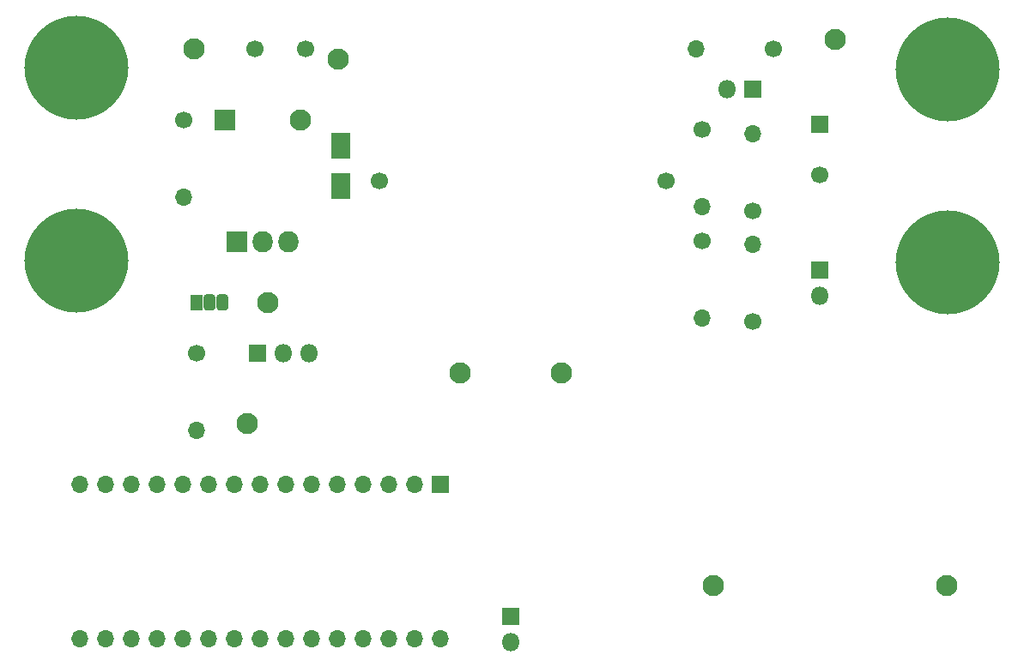
<source format=gbr>
%TF.GenerationSoftware,KiCad,Pcbnew,5.1.6+dfsg1-1*%
%TF.CreationDate,2021-03-07T16:20:00-08:00*%
%TF.ProjectId,Arduino DC-DC Converter Control Board,41726475-696e-46f2-9044-432d44432043,0.1*%
%TF.SameCoordinates,Original*%
%TF.FileFunction,Soldermask,Top*%
%TF.FilePolarity,Negative*%
%FSLAX46Y46*%
G04 Gerber Fmt 4.6, Leading zero omitted, Abs format (unit mm)*
G04 Created by KiCad (PCBNEW 5.1.6+dfsg1-1) date 2021-03-07 16:20:00*
%MOMM*%
%LPD*%
G01*
G04 APERTURE LIST*
%ADD10O,1.800000X1.800000*%
%ADD11R,1.800000X1.800000*%
%ADD12R,1.900000X2.600000*%
%ADD13C,1.700000*%
%ADD14R,1.700000X1.700000*%
%ADD15C,10.260000*%
%ADD16O,1.700000X1.700000*%
%ADD17R,2.100000X2.100000*%
%ADD18C,2.100000*%
%ADD19R,1.150000X1.600000*%
%ADD20O,2.005000X2.100000*%
%ADD21R,2.005000X2.100000*%
G04 APERTURE END LIST*
D10*
%TO.C,J7*%
X120421400Y-60325000D03*
D11*
X120421400Y-57785000D03*
%TD*%
D12*
%TO.C,D1*%
X73219200Y-45533400D03*
X73219200Y-49533400D03*
%TD*%
D13*
%TO.C,C3*%
X120421400Y-48383200D03*
D14*
X120421400Y-43383200D03*
%TD*%
D15*
%TO.C,V_OUT1*%
X133070600Y-38023800D03*
X133070600Y-57073800D03*
%TD*%
%TO.C,V_IN1*%
X47142400Y-37846000D03*
X47142400Y-56896000D03*
%TD*%
D16*
%TO.C,A1*%
X47440000Y-94240000D03*
X47440000Y-79000000D03*
X83000000Y-94240000D03*
X49980000Y-79000000D03*
X80460000Y-94240000D03*
X52520000Y-79000000D03*
X77920000Y-94240000D03*
X55060000Y-79000000D03*
X75380000Y-94240000D03*
X57600000Y-79000000D03*
X72840000Y-94240000D03*
X60140000Y-79000000D03*
X70300000Y-94240000D03*
X62680000Y-79000000D03*
X67760000Y-94240000D03*
X65220000Y-79000000D03*
X65220000Y-94240000D03*
X67760000Y-79000000D03*
X62680000Y-94240000D03*
X70300000Y-79000000D03*
X60140000Y-94240000D03*
X72840000Y-79000000D03*
X57600000Y-94240000D03*
X75380000Y-79000000D03*
X55060000Y-94240000D03*
X77920000Y-79000000D03*
X52520000Y-94240000D03*
X80460000Y-79000000D03*
X49980000Y-94240000D03*
D14*
X83000000Y-79000000D03*
%TD*%
D17*
%TO.C,C1*%
X61752600Y-43000000D03*
D18*
X69252600Y-43000000D03*
%TD*%
%TO.C,TP9*%
X122000000Y-35000000D03*
%TD*%
%TO.C,TP8*%
X85000000Y-68000000D03*
%TD*%
%TO.C,TP7*%
X95000000Y-68000000D03*
%TD*%
%TO.C,GND2*%
X133000000Y-89000000D03*
%TD*%
%TO.C,TP5*%
X73000000Y-37000000D03*
%TD*%
%TO.C,GND1*%
X110000000Y-89000000D03*
%TD*%
%TO.C,TP3*%
X64000000Y-73000000D03*
%TD*%
%TO.C,TP2*%
X66000000Y-61000000D03*
%TD*%
%TO.C,TP1*%
X58752600Y-36000000D03*
%TD*%
D16*
%TO.C,R2*%
X59000000Y-73620000D03*
D13*
X59000000Y-66000000D03*
%TD*%
D10*
%TO.C,J5*%
X70080000Y-66000000D03*
X67540000Y-66000000D03*
D11*
X65000000Y-66000000D03*
%TD*%
D13*
%TO.C,C2*%
X64752600Y-36000000D03*
X69752600Y-36000000D03*
%TD*%
D16*
%TO.C,R7*%
X113857000Y-44303800D03*
D13*
X113857000Y-51923800D03*
%TD*%
D16*
%TO.C,R6*%
X113857000Y-55303800D03*
D13*
X113857000Y-62923800D03*
%TD*%
D16*
%TO.C,R5*%
X108229400Y-35966400D03*
D13*
X115849400Y-35966400D03*
%TD*%
D16*
%TO.C,R4*%
X108857000Y-62543800D03*
D13*
X108857000Y-54923800D03*
%TD*%
D16*
%TO.C,R3*%
X108857000Y-51543800D03*
D13*
X108857000Y-43923800D03*
%TD*%
D16*
%TO.C,R1*%
X57752600Y-50620000D03*
D13*
X57752600Y-43000000D03*
%TD*%
D19*
%TO.C,Q2*%
X59000000Y-61000000D03*
G36*
G01*
X60965000Y-61512500D02*
X60965000Y-60487500D01*
G75*
G02*
X61252500Y-60200000I287500J0D01*
G01*
X61827500Y-60200000D01*
G75*
G02*
X62115000Y-60487500I0J-287500D01*
G01*
X62115000Y-61512500D01*
G75*
G02*
X61827500Y-61800000I-287500J0D01*
G01*
X61252500Y-61800000D01*
G75*
G02*
X60965000Y-61512500I0J287500D01*
G01*
G37*
G36*
G01*
X59695000Y-61512500D02*
X59695000Y-60487500D01*
G75*
G02*
X59982500Y-60200000I287500J0D01*
G01*
X60557500Y-60200000D01*
G75*
G02*
X60845000Y-60487500I0J-287500D01*
G01*
X60845000Y-61512500D01*
G75*
G02*
X60557500Y-61800000I-287500J0D01*
G01*
X59982500Y-61800000D01*
G75*
G02*
X59695000Y-61512500I0J287500D01*
G01*
G37*
%TD*%
D20*
%TO.C,Q1*%
X68080000Y-55000000D03*
X65540000Y-55000000D03*
D21*
X63000000Y-55000000D03*
%TD*%
D13*
%TO.C,L1*%
X105300000Y-49000000D03*
X77000000Y-49000000D03*
%TD*%
D10*
%TO.C,BP1*%
X111317000Y-39923800D03*
D11*
X113857000Y-39923800D03*
%TD*%
D10*
%TO.C,J3*%
X90000000Y-94540000D03*
D11*
X90000000Y-92000000D03*
%TD*%
M02*

</source>
